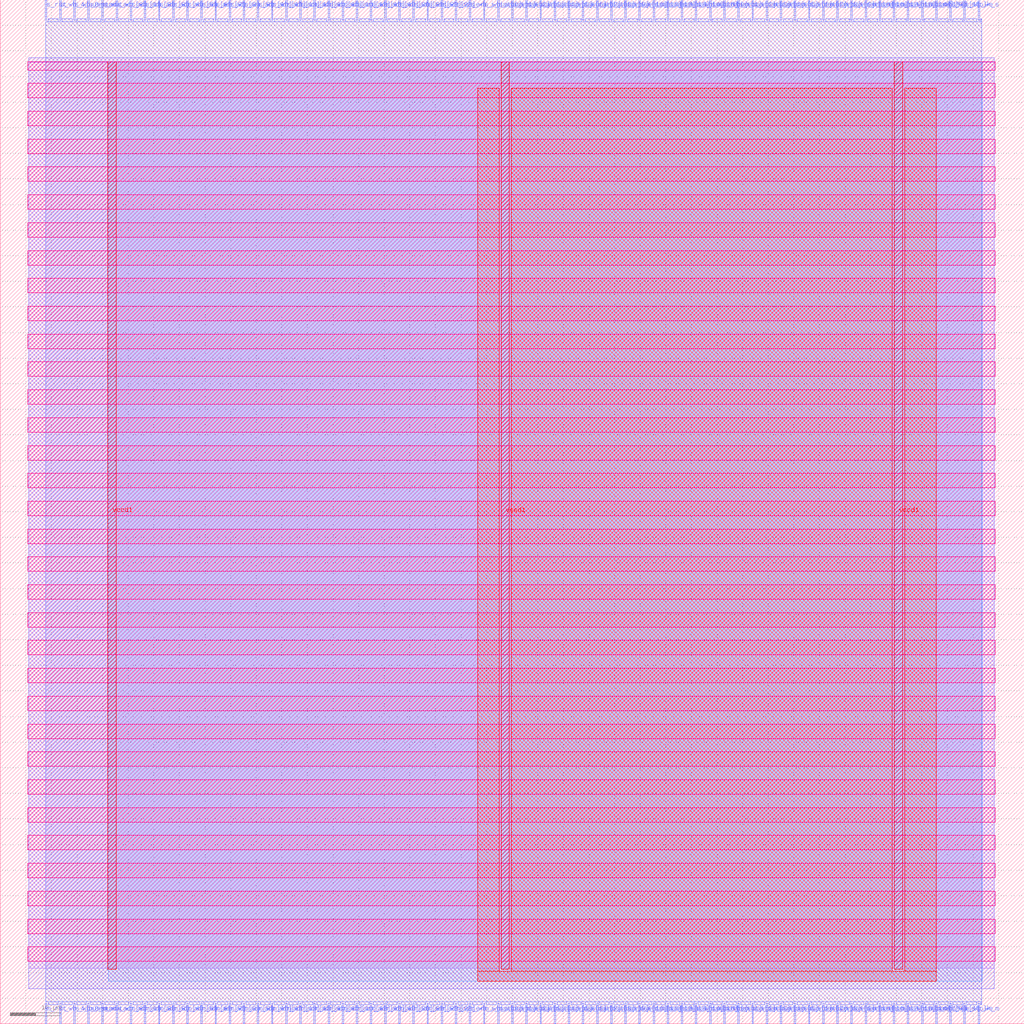
<source format=lef>
VERSION 5.7 ;
  NOWIREEXTENSIONATPIN ON ;
  DIVIDERCHAR "/" ;
  BUSBITCHARS "[]" ;
MACRO wb_cross_clk
  CLASS BLOCK ;
  FOREIGN wb_cross_clk ;
  ORIGIN 0.000 0.000 ;
  SIZE 200.000 BY 200.000 ;
  PIN clk_m
    DIRECTION INPUT ;
    USE SIGNAL ;
    PORT
      LAYER met2 ;
        RECT 190.990 0.000 191.270 4.000 ;
    END
  END clk_m
  PIN clk_s
    DIRECTION INPUT ;
    USE SIGNAL ;
    PORT
      LAYER met2 ;
        RECT 190.990 196.000 191.270 200.000 ;
    END
  END clk_s
  PIN m_rst
    DIRECTION INPUT ;
    USE SIGNAL ;
    PORT
      LAYER met2 ;
        RECT 8.830 0.000 9.110 4.000 ;
    END
  END m_rst
  PIN m_wb_4_burst
    DIRECTION INPUT ;
    USE SIGNAL ;
    PORT
      LAYER met2 ;
        RECT 11.590 0.000 11.870 4.000 ;
    END
  END m_wb_4_burst
  PIN m_wb_8_burst
    DIRECTION INPUT ;
    USE SIGNAL ;
    PORT
      LAYER met2 ;
        RECT 14.350 0.000 14.630 4.000 ;
    END
  END m_wb_8_burst
  PIN m_wb_ack
    DIRECTION OUTPUT TRISTATE ;
    USE SIGNAL ;
    PORT
      LAYER met2 ;
        RECT 17.110 0.000 17.390 4.000 ;
    END
  END m_wb_ack
  PIN m_wb_adr[0]
    DIRECTION INPUT ;
    USE SIGNAL ;
    PORT
      LAYER met2 ;
        RECT 19.870 0.000 20.150 4.000 ;
    END
  END m_wb_adr[0]
  PIN m_wb_adr[10]
    DIRECTION INPUT ;
    USE SIGNAL ;
    PORT
      LAYER met2 ;
        RECT 47.470 0.000 47.750 4.000 ;
    END
  END m_wb_adr[10]
  PIN m_wb_adr[11]
    DIRECTION INPUT ;
    USE SIGNAL ;
    PORT
      LAYER met2 ;
        RECT 50.230 0.000 50.510 4.000 ;
    END
  END m_wb_adr[11]
  PIN m_wb_adr[12]
    DIRECTION INPUT ;
    USE SIGNAL ;
    PORT
      LAYER met2 ;
        RECT 52.990 0.000 53.270 4.000 ;
    END
  END m_wb_adr[12]
  PIN m_wb_adr[13]
    DIRECTION INPUT ;
    USE SIGNAL ;
    PORT
      LAYER met2 ;
        RECT 55.750 0.000 56.030 4.000 ;
    END
  END m_wb_adr[13]
  PIN m_wb_adr[14]
    DIRECTION INPUT ;
    USE SIGNAL ;
    PORT
      LAYER met2 ;
        RECT 58.510 0.000 58.790 4.000 ;
    END
  END m_wb_adr[14]
  PIN m_wb_adr[15]
    DIRECTION INPUT ;
    USE SIGNAL ;
    PORT
      LAYER met2 ;
        RECT 61.270 0.000 61.550 4.000 ;
    END
  END m_wb_adr[15]
  PIN m_wb_adr[16]
    DIRECTION INPUT ;
    USE SIGNAL ;
    PORT
      LAYER met2 ;
        RECT 64.030 0.000 64.310 4.000 ;
    END
  END m_wb_adr[16]
  PIN m_wb_adr[17]
    DIRECTION INPUT ;
    USE SIGNAL ;
    PORT
      LAYER met2 ;
        RECT 66.790 0.000 67.070 4.000 ;
    END
  END m_wb_adr[17]
  PIN m_wb_adr[18]
    DIRECTION INPUT ;
    USE SIGNAL ;
    PORT
      LAYER met2 ;
        RECT 69.550 0.000 69.830 4.000 ;
    END
  END m_wb_adr[18]
  PIN m_wb_adr[19]
    DIRECTION INPUT ;
    USE SIGNAL ;
    PORT
      LAYER met2 ;
        RECT 72.310 0.000 72.590 4.000 ;
    END
  END m_wb_adr[19]
  PIN m_wb_adr[1]
    DIRECTION INPUT ;
    USE SIGNAL ;
    PORT
      LAYER met2 ;
        RECT 22.630 0.000 22.910 4.000 ;
    END
  END m_wb_adr[1]
  PIN m_wb_adr[20]
    DIRECTION INPUT ;
    USE SIGNAL ;
    PORT
      LAYER met2 ;
        RECT 75.070 0.000 75.350 4.000 ;
    END
  END m_wb_adr[20]
  PIN m_wb_adr[21]
    DIRECTION INPUT ;
    USE SIGNAL ;
    PORT
      LAYER met2 ;
        RECT 77.830 0.000 78.110 4.000 ;
    END
  END m_wb_adr[21]
  PIN m_wb_adr[22]
    DIRECTION INPUT ;
    USE SIGNAL ;
    PORT
      LAYER met2 ;
        RECT 80.590 0.000 80.870 4.000 ;
    END
  END m_wb_adr[22]
  PIN m_wb_adr[23]
    DIRECTION INPUT ;
    USE SIGNAL ;
    PORT
      LAYER met2 ;
        RECT 83.350 0.000 83.630 4.000 ;
    END
  END m_wb_adr[23]
  PIN m_wb_adr[2]
    DIRECTION INPUT ;
    USE SIGNAL ;
    PORT
      LAYER met2 ;
        RECT 25.390 0.000 25.670 4.000 ;
    END
  END m_wb_adr[2]
  PIN m_wb_adr[3]
    DIRECTION INPUT ;
    USE SIGNAL ;
    PORT
      LAYER met2 ;
        RECT 28.150 0.000 28.430 4.000 ;
    END
  END m_wb_adr[3]
  PIN m_wb_adr[4]
    DIRECTION INPUT ;
    USE SIGNAL ;
    PORT
      LAYER met2 ;
        RECT 30.910 0.000 31.190 4.000 ;
    END
  END m_wb_adr[4]
  PIN m_wb_adr[5]
    DIRECTION INPUT ;
    USE SIGNAL ;
    PORT
      LAYER met2 ;
        RECT 33.670 0.000 33.950 4.000 ;
    END
  END m_wb_adr[5]
  PIN m_wb_adr[6]
    DIRECTION INPUT ;
    USE SIGNAL ;
    PORT
      LAYER met2 ;
        RECT 36.430 0.000 36.710 4.000 ;
    END
  END m_wb_adr[6]
  PIN m_wb_adr[7]
    DIRECTION INPUT ;
    USE SIGNAL ;
    PORT
      LAYER met2 ;
        RECT 39.190 0.000 39.470 4.000 ;
    END
  END m_wb_adr[7]
  PIN m_wb_adr[8]
    DIRECTION INPUT ;
    USE SIGNAL ;
    PORT
      LAYER met2 ;
        RECT 41.950 0.000 42.230 4.000 ;
    END
  END m_wb_adr[8]
  PIN m_wb_adr[9]
    DIRECTION INPUT ;
    USE SIGNAL ;
    PORT
      LAYER met2 ;
        RECT 44.710 0.000 44.990 4.000 ;
    END
  END m_wb_adr[9]
  PIN m_wb_cyc
    DIRECTION INPUT ;
    USE SIGNAL ;
    PORT
      LAYER met2 ;
        RECT 86.110 0.000 86.390 4.000 ;
    END
  END m_wb_cyc
  PIN m_wb_err
    DIRECTION OUTPUT TRISTATE ;
    USE SIGNAL ;
    PORT
      LAYER met2 ;
        RECT 88.870 0.000 89.150 4.000 ;
    END
  END m_wb_err
  PIN m_wb_i_dat[0]
    DIRECTION OUTPUT TRISTATE ;
    USE SIGNAL ;
    PORT
      LAYER met2 ;
        RECT 91.630 0.000 91.910 4.000 ;
    END
  END m_wb_i_dat[0]
  PIN m_wb_i_dat[10]
    DIRECTION OUTPUT TRISTATE ;
    USE SIGNAL ;
    PORT
      LAYER met2 ;
        RECT 119.230 0.000 119.510 4.000 ;
    END
  END m_wb_i_dat[10]
  PIN m_wb_i_dat[11]
    DIRECTION OUTPUT TRISTATE ;
    USE SIGNAL ;
    PORT
      LAYER met2 ;
        RECT 121.990 0.000 122.270 4.000 ;
    END
  END m_wb_i_dat[11]
  PIN m_wb_i_dat[12]
    DIRECTION OUTPUT TRISTATE ;
    USE SIGNAL ;
    PORT
      LAYER met2 ;
        RECT 124.750 0.000 125.030 4.000 ;
    END
  END m_wb_i_dat[12]
  PIN m_wb_i_dat[13]
    DIRECTION OUTPUT TRISTATE ;
    USE SIGNAL ;
    PORT
      LAYER met2 ;
        RECT 127.510 0.000 127.790 4.000 ;
    END
  END m_wb_i_dat[13]
  PIN m_wb_i_dat[14]
    DIRECTION OUTPUT TRISTATE ;
    USE SIGNAL ;
    PORT
      LAYER met2 ;
        RECT 130.270 0.000 130.550 4.000 ;
    END
  END m_wb_i_dat[14]
  PIN m_wb_i_dat[15]
    DIRECTION OUTPUT TRISTATE ;
    USE SIGNAL ;
    PORT
      LAYER met2 ;
        RECT 133.030 0.000 133.310 4.000 ;
    END
  END m_wb_i_dat[15]
  PIN m_wb_i_dat[1]
    DIRECTION OUTPUT TRISTATE ;
    USE SIGNAL ;
    PORT
      LAYER met2 ;
        RECT 94.390 0.000 94.670 4.000 ;
    END
  END m_wb_i_dat[1]
  PIN m_wb_i_dat[2]
    DIRECTION OUTPUT TRISTATE ;
    USE SIGNAL ;
    PORT
      LAYER met2 ;
        RECT 97.150 0.000 97.430 4.000 ;
    END
  END m_wb_i_dat[2]
  PIN m_wb_i_dat[3]
    DIRECTION OUTPUT TRISTATE ;
    USE SIGNAL ;
    PORT
      LAYER met2 ;
        RECT 99.910 0.000 100.190 4.000 ;
    END
  END m_wb_i_dat[3]
  PIN m_wb_i_dat[4]
    DIRECTION OUTPUT TRISTATE ;
    USE SIGNAL ;
    PORT
      LAYER met2 ;
        RECT 102.670 0.000 102.950 4.000 ;
    END
  END m_wb_i_dat[4]
  PIN m_wb_i_dat[5]
    DIRECTION OUTPUT TRISTATE ;
    USE SIGNAL ;
    PORT
      LAYER met2 ;
        RECT 105.430 0.000 105.710 4.000 ;
    END
  END m_wb_i_dat[5]
  PIN m_wb_i_dat[6]
    DIRECTION OUTPUT TRISTATE ;
    USE SIGNAL ;
    PORT
      LAYER met2 ;
        RECT 108.190 0.000 108.470 4.000 ;
    END
  END m_wb_i_dat[6]
  PIN m_wb_i_dat[7]
    DIRECTION OUTPUT TRISTATE ;
    USE SIGNAL ;
    PORT
      LAYER met2 ;
        RECT 110.950 0.000 111.230 4.000 ;
    END
  END m_wb_i_dat[7]
  PIN m_wb_i_dat[8]
    DIRECTION OUTPUT TRISTATE ;
    USE SIGNAL ;
    PORT
      LAYER met2 ;
        RECT 113.710 0.000 113.990 4.000 ;
    END
  END m_wb_i_dat[8]
  PIN m_wb_i_dat[9]
    DIRECTION OUTPUT TRISTATE ;
    USE SIGNAL ;
    PORT
      LAYER met2 ;
        RECT 116.470 0.000 116.750 4.000 ;
    END
  END m_wb_i_dat[9]
  PIN m_wb_o_dat[0]
    DIRECTION INPUT ;
    USE SIGNAL ;
    PORT
      LAYER met2 ;
        RECT 135.790 0.000 136.070 4.000 ;
    END
  END m_wb_o_dat[0]
  PIN m_wb_o_dat[10]
    DIRECTION INPUT ;
    USE SIGNAL ;
    PORT
      LAYER met2 ;
        RECT 163.390 0.000 163.670 4.000 ;
    END
  END m_wb_o_dat[10]
  PIN m_wb_o_dat[11]
    DIRECTION INPUT ;
    USE SIGNAL ;
    PORT
      LAYER met2 ;
        RECT 166.150 0.000 166.430 4.000 ;
    END
  END m_wb_o_dat[11]
  PIN m_wb_o_dat[12]
    DIRECTION INPUT ;
    USE SIGNAL ;
    PORT
      LAYER met2 ;
        RECT 168.910 0.000 169.190 4.000 ;
    END
  END m_wb_o_dat[12]
  PIN m_wb_o_dat[13]
    DIRECTION INPUT ;
    USE SIGNAL ;
    PORT
      LAYER met2 ;
        RECT 171.670 0.000 171.950 4.000 ;
    END
  END m_wb_o_dat[13]
  PIN m_wb_o_dat[14]
    DIRECTION INPUT ;
    USE SIGNAL ;
    PORT
      LAYER met2 ;
        RECT 174.430 0.000 174.710 4.000 ;
    END
  END m_wb_o_dat[14]
  PIN m_wb_o_dat[15]
    DIRECTION INPUT ;
    USE SIGNAL ;
    PORT
      LAYER met2 ;
        RECT 177.190 0.000 177.470 4.000 ;
    END
  END m_wb_o_dat[15]
  PIN m_wb_o_dat[1]
    DIRECTION INPUT ;
    USE SIGNAL ;
    PORT
      LAYER met2 ;
        RECT 138.550 0.000 138.830 4.000 ;
    END
  END m_wb_o_dat[1]
  PIN m_wb_o_dat[2]
    DIRECTION INPUT ;
    USE SIGNAL ;
    PORT
      LAYER met2 ;
        RECT 141.310 0.000 141.590 4.000 ;
    END
  END m_wb_o_dat[2]
  PIN m_wb_o_dat[3]
    DIRECTION INPUT ;
    USE SIGNAL ;
    PORT
      LAYER met2 ;
        RECT 144.070 0.000 144.350 4.000 ;
    END
  END m_wb_o_dat[3]
  PIN m_wb_o_dat[4]
    DIRECTION INPUT ;
    USE SIGNAL ;
    PORT
      LAYER met2 ;
        RECT 146.830 0.000 147.110 4.000 ;
    END
  END m_wb_o_dat[4]
  PIN m_wb_o_dat[5]
    DIRECTION INPUT ;
    USE SIGNAL ;
    PORT
      LAYER met2 ;
        RECT 149.590 0.000 149.870 4.000 ;
    END
  END m_wb_o_dat[5]
  PIN m_wb_o_dat[6]
    DIRECTION INPUT ;
    USE SIGNAL ;
    PORT
      LAYER met2 ;
        RECT 152.350 0.000 152.630 4.000 ;
    END
  END m_wb_o_dat[6]
  PIN m_wb_o_dat[7]
    DIRECTION INPUT ;
    USE SIGNAL ;
    PORT
      LAYER met2 ;
        RECT 155.110 0.000 155.390 4.000 ;
    END
  END m_wb_o_dat[7]
  PIN m_wb_o_dat[8]
    DIRECTION INPUT ;
    USE SIGNAL ;
    PORT
      LAYER met2 ;
        RECT 157.870 0.000 158.150 4.000 ;
    END
  END m_wb_o_dat[8]
  PIN m_wb_o_dat[9]
    DIRECTION INPUT ;
    USE SIGNAL ;
    PORT
      LAYER met2 ;
        RECT 160.630 0.000 160.910 4.000 ;
    END
  END m_wb_o_dat[9]
  PIN m_wb_sel[0]
    DIRECTION INPUT ;
    USE SIGNAL ;
    PORT
      LAYER met2 ;
        RECT 179.950 0.000 180.230 4.000 ;
    END
  END m_wb_sel[0]
  PIN m_wb_sel[1]
    DIRECTION INPUT ;
    USE SIGNAL ;
    PORT
      LAYER met2 ;
        RECT 182.710 0.000 182.990 4.000 ;
    END
  END m_wb_sel[1]
  PIN m_wb_stb
    DIRECTION INPUT ;
    USE SIGNAL ;
    PORT
      LAYER met2 ;
        RECT 185.470 0.000 185.750 4.000 ;
    END
  END m_wb_stb
  PIN m_wb_we
    DIRECTION INPUT ;
    USE SIGNAL ;
    PORT
      LAYER met2 ;
        RECT 188.230 0.000 188.510 4.000 ;
    END
  END m_wb_we
  PIN s_rst
    DIRECTION INPUT ;
    USE SIGNAL ;
    PORT
      LAYER met2 ;
        RECT 8.830 196.000 9.110 200.000 ;
    END
  END s_rst
  PIN s_wb_4_burst
    DIRECTION OUTPUT TRISTATE ;
    USE SIGNAL ;
    PORT
      LAYER met2 ;
        RECT 11.590 196.000 11.870 200.000 ;
    END
  END s_wb_4_burst
  PIN s_wb_8_burst
    DIRECTION OUTPUT TRISTATE ;
    USE SIGNAL ;
    PORT
      LAYER met2 ;
        RECT 14.350 196.000 14.630 200.000 ;
    END
  END s_wb_8_burst
  PIN s_wb_ack
    DIRECTION INPUT ;
    USE SIGNAL ;
    PORT
      LAYER met2 ;
        RECT 17.110 196.000 17.390 200.000 ;
    END
  END s_wb_ack
  PIN s_wb_adr[0]
    DIRECTION OUTPUT TRISTATE ;
    USE SIGNAL ;
    PORT
      LAYER met2 ;
        RECT 19.870 196.000 20.150 200.000 ;
    END
  END s_wb_adr[0]
  PIN s_wb_adr[10]
    DIRECTION OUTPUT TRISTATE ;
    USE SIGNAL ;
    PORT
      LAYER met2 ;
        RECT 47.470 196.000 47.750 200.000 ;
    END
  END s_wb_adr[10]
  PIN s_wb_adr[11]
    DIRECTION OUTPUT TRISTATE ;
    USE SIGNAL ;
    PORT
      LAYER met2 ;
        RECT 50.230 196.000 50.510 200.000 ;
    END
  END s_wb_adr[11]
  PIN s_wb_adr[12]
    DIRECTION OUTPUT TRISTATE ;
    USE SIGNAL ;
    PORT
      LAYER met2 ;
        RECT 52.990 196.000 53.270 200.000 ;
    END
  END s_wb_adr[12]
  PIN s_wb_adr[13]
    DIRECTION OUTPUT TRISTATE ;
    USE SIGNAL ;
    PORT
      LAYER met2 ;
        RECT 55.750 196.000 56.030 200.000 ;
    END
  END s_wb_adr[13]
  PIN s_wb_adr[14]
    DIRECTION OUTPUT TRISTATE ;
    USE SIGNAL ;
    PORT
      LAYER met2 ;
        RECT 58.510 196.000 58.790 200.000 ;
    END
  END s_wb_adr[14]
  PIN s_wb_adr[15]
    DIRECTION OUTPUT TRISTATE ;
    USE SIGNAL ;
    PORT
      LAYER met2 ;
        RECT 61.270 196.000 61.550 200.000 ;
    END
  END s_wb_adr[15]
  PIN s_wb_adr[16]
    DIRECTION OUTPUT TRISTATE ;
    USE SIGNAL ;
    PORT
      LAYER met2 ;
        RECT 64.030 196.000 64.310 200.000 ;
    END
  END s_wb_adr[16]
  PIN s_wb_adr[17]
    DIRECTION OUTPUT TRISTATE ;
    USE SIGNAL ;
    PORT
      LAYER met2 ;
        RECT 66.790 196.000 67.070 200.000 ;
    END
  END s_wb_adr[17]
  PIN s_wb_adr[18]
    DIRECTION OUTPUT TRISTATE ;
    USE SIGNAL ;
    PORT
      LAYER met2 ;
        RECT 69.550 196.000 69.830 200.000 ;
    END
  END s_wb_adr[18]
  PIN s_wb_adr[19]
    DIRECTION OUTPUT TRISTATE ;
    USE SIGNAL ;
    PORT
      LAYER met2 ;
        RECT 72.310 196.000 72.590 200.000 ;
    END
  END s_wb_adr[19]
  PIN s_wb_adr[1]
    DIRECTION OUTPUT TRISTATE ;
    USE SIGNAL ;
    PORT
      LAYER met2 ;
        RECT 22.630 196.000 22.910 200.000 ;
    END
  END s_wb_adr[1]
  PIN s_wb_adr[20]
    DIRECTION OUTPUT TRISTATE ;
    USE SIGNAL ;
    PORT
      LAYER met2 ;
        RECT 75.070 196.000 75.350 200.000 ;
    END
  END s_wb_adr[20]
  PIN s_wb_adr[21]
    DIRECTION OUTPUT TRISTATE ;
    USE SIGNAL ;
    PORT
      LAYER met2 ;
        RECT 77.830 196.000 78.110 200.000 ;
    END
  END s_wb_adr[21]
  PIN s_wb_adr[22]
    DIRECTION OUTPUT TRISTATE ;
    USE SIGNAL ;
    PORT
      LAYER met2 ;
        RECT 80.590 196.000 80.870 200.000 ;
    END
  END s_wb_adr[22]
  PIN s_wb_adr[23]
    DIRECTION OUTPUT TRISTATE ;
    USE SIGNAL ;
    PORT
      LAYER met2 ;
        RECT 83.350 196.000 83.630 200.000 ;
    END
  END s_wb_adr[23]
  PIN s_wb_adr[2]
    DIRECTION OUTPUT TRISTATE ;
    USE SIGNAL ;
    PORT
      LAYER met2 ;
        RECT 25.390 196.000 25.670 200.000 ;
    END
  END s_wb_adr[2]
  PIN s_wb_adr[3]
    DIRECTION OUTPUT TRISTATE ;
    USE SIGNAL ;
    PORT
      LAYER met2 ;
        RECT 28.150 196.000 28.430 200.000 ;
    END
  END s_wb_adr[3]
  PIN s_wb_adr[4]
    DIRECTION OUTPUT TRISTATE ;
    USE SIGNAL ;
    PORT
      LAYER met2 ;
        RECT 30.910 196.000 31.190 200.000 ;
    END
  END s_wb_adr[4]
  PIN s_wb_adr[5]
    DIRECTION OUTPUT TRISTATE ;
    USE SIGNAL ;
    PORT
      LAYER met2 ;
        RECT 33.670 196.000 33.950 200.000 ;
    END
  END s_wb_adr[5]
  PIN s_wb_adr[6]
    DIRECTION OUTPUT TRISTATE ;
    USE SIGNAL ;
    PORT
      LAYER met2 ;
        RECT 36.430 196.000 36.710 200.000 ;
    END
  END s_wb_adr[6]
  PIN s_wb_adr[7]
    DIRECTION OUTPUT TRISTATE ;
    USE SIGNAL ;
    PORT
      LAYER met2 ;
        RECT 39.190 196.000 39.470 200.000 ;
    END
  END s_wb_adr[7]
  PIN s_wb_adr[8]
    DIRECTION OUTPUT TRISTATE ;
    USE SIGNAL ;
    PORT
      LAYER met2 ;
        RECT 41.950 196.000 42.230 200.000 ;
    END
  END s_wb_adr[8]
  PIN s_wb_adr[9]
    DIRECTION OUTPUT TRISTATE ;
    USE SIGNAL ;
    PORT
      LAYER met2 ;
        RECT 44.710 196.000 44.990 200.000 ;
    END
  END s_wb_adr[9]
  PIN s_wb_cyc
    DIRECTION OUTPUT TRISTATE ;
    USE SIGNAL ;
    PORT
      LAYER met2 ;
        RECT 86.110 196.000 86.390 200.000 ;
    END
  END s_wb_cyc
  PIN s_wb_err
    DIRECTION INPUT ;
    USE SIGNAL ;
    PORT
      LAYER met2 ;
        RECT 88.870 196.000 89.150 200.000 ;
    END
  END s_wb_err
  PIN s_wb_i_dat[0]
    DIRECTION INPUT ;
    USE SIGNAL ;
    PORT
      LAYER met2 ;
        RECT 91.630 196.000 91.910 200.000 ;
    END
  END s_wb_i_dat[0]
  PIN s_wb_i_dat[10]
    DIRECTION INPUT ;
    USE SIGNAL ;
    PORT
      LAYER met2 ;
        RECT 119.230 196.000 119.510 200.000 ;
    END
  END s_wb_i_dat[10]
  PIN s_wb_i_dat[11]
    DIRECTION INPUT ;
    USE SIGNAL ;
    PORT
      LAYER met2 ;
        RECT 121.990 196.000 122.270 200.000 ;
    END
  END s_wb_i_dat[11]
  PIN s_wb_i_dat[12]
    DIRECTION INPUT ;
    USE SIGNAL ;
    PORT
      LAYER met2 ;
        RECT 124.750 196.000 125.030 200.000 ;
    END
  END s_wb_i_dat[12]
  PIN s_wb_i_dat[13]
    DIRECTION INPUT ;
    USE SIGNAL ;
    PORT
      LAYER met2 ;
        RECT 127.510 196.000 127.790 200.000 ;
    END
  END s_wb_i_dat[13]
  PIN s_wb_i_dat[14]
    DIRECTION INPUT ;
    USE SIGNAL ;
    PORT
      LAYER met2 ;
        RECT 130.270 196.000 130.550 200.000 ;
    END
  END s_wb_i_dat[14]
  PIN s_wb_i_dat[15]
    DIRECTION INPUT ;
    USE SIGNAL ;
    PORT
      LAYER met2 ;
        RECT 133.030 196.000 133.310 200.000 ;
    END
  END s_wb_i_dat[15]
  PIN s_wb_i_dat[1]
    DIRECTION INPUT ;
    USE SIGNAL ;
    PORT
      LAYER met2 ;
        RECT 94.390 196.000 94.670 200.000 ;
    END
  END s_wb_i_dat[1]
  PIN s_wb_i_dat[2]
    DIRECTION INPUT ;
    USE SIGNAL ;
    PORT
      LAYER met2 ;
        RECT 97.150 196.000 97.430 200.000 ;
    END
  END s_wb_i_dat[2]
  PIN s_wb_i_dat[3]
    DIRECTION INPUT ;
    USE SIGNAL ;
    PORT
      LAYER met2 ;
        RECT 99.910 196.000 100.190 200.000 ;
    END
  END s_wb_i_dat[3]
  PIN s_wb_i_dat[4]
    DIRECTION INPUT ;
    USE SIGNAL ;
    PORT
      LAYER met2 ;
        RECT 102.670 196.000 102.950 200.000 ;
    END
  END s_wb_i_dat[4]
  PIN s_wb_i_dat[5]
    DIRECTION INPUT ;
    USE SIGNAL ;
    PORT
      LAYER met2 ;
        RECT 105.430 196.000 105.710 200.000 ;
    END
  END s_wb_i_dat[5]
  PIN s_wb_i_dat[6]
    DIRECTION INPUT ;
    USE SIGNAL ;
    PORT
      LAYER met2 ;
        RECT 108.190 196.000 108.470 200.000 ;
    END
  END s_wb_i_dat[6]
  PIN s_wb_i_dat[7]
    DIRECTION INPUT ;
    USE SIGNAL ;
    PORT
      LAYER met2 ;
        RECT 110.950 196.000 111.230 200.000 ;
    END
  END s_wb_i_dat[7]
  PIN s_wb_i_dat[8]
    DIRECTION INPUT ;
    USE SIGNAL ;
    PORT
      LAYER met2 ;
        RECT 113.710 196.000 113.990 200.000 ;
    END
  END s_wb_i_dat[8]
  PIN s_wb_i_dat[9]
    DIRECTION INPUT ;
    USE SIGNAL ;
    PORT
      LAYER met2 ;
        RECT 116.470 196.000 116.750 200.000 ;
    END
  END s_wb_i_dat[9]
  PIN s_wb_o_dat[0]
    DIRECTION OUTPUT TRISTATE ;
    USE SIGNAL ;
    PORT
      LAYER met2 ;
        RECT 135.790 196.000 136.070 200.000 ;
    END
  END s_wb_o_dat[0]
  PIN s_wb_o_dat[10]
    DIRECTION OUTPUT TRISTATE ;
    USE SIGNAL ;
    PORT
      LAYER met2 ;
        RECT 163.390 196.000 163.670 200.000 ;
    END
  END s_wb_o_dat[10]
  PIN s_wb_o_dat[11]
    DIRECTION OUTPUT TRISTATE ;
    USE SIGNAL ;
    PORT
      LAYER met2 ;
        RECT 166.150 196.000 166.430 200.000 ;
    END
  END s_wb_o_dat[11]
  PIN s_wb_o_dat[12]
    DIRECTION OUTPUT TRISTATE ;
    USE SIGNAL ;
    PORT
      LAYER met2 ;
        RECT 168.910 196.000 169.190 200.000 ;
    END
  END s_wb_o_dat[12]
  PIN s_wb_o_dat[13]
    DIRECTION OUTPUT TRISTATE ;
    USE SIGNAL ;
    PORT
      LAYER met2 ;
        RECT 171.670 196.000 171.950 200.000 ;
    END
  END s_wb_o_dat[13]
  PIN s_wb_o_dat[14]
    DIRECTION OUTPUT TRISTATE ;
    USE SIGNAL ;
    PORT
      LAYER met2 ;
        RECT 174.430 196.000 174.710 200.000 ;
    END
  END s_wb_o_dat[14]
  PIN s_wb_o_dat[15]
    DIRECTION OUTPUT TRISTATE ;
    USE SIGNAL ;
    PORT
      LAYER met2 ;
        RECT 177.190 196.000 177.470 200.000 ;
    END
  END s_wb_o_dat[15]
  PIN s_wb_o_dat[1]
    DIRECTION OUTPUT TRISTATE ;
    USE SIGNAL ;
    PORT
      LAYER met2 ;
        RECT 138.550 196.000 138.830 200.000 ;
    END
  END s_wb_o_dat[1]
  PIN s_wb_o_dat[2]
    DIRECTION OUTPUT TRISTATE ;
    USE SIGNAL ;
    PORT
      LAYER met2 ;
        RECT 141.310 196.000 141.590 200.000 ;
    END
  END s_wb_o_dat[2]
  PIN s_wb_o_dat[3]
    DIRECTION OUTPUT TRISTATE ;
    USE SIGNAL ;
    PORT
      LAYER met2 ;
        RECT 144.070 196.000 144.350 200.000 ;
    END
  END s_wb_o_dat[3]
  PIN s_wb_o_dat[4]
    DIRECTION OUTPUT TRISTATE ;
    USE SIGNAL ;
    PORT
      LAYER met2 ;
        RECT 146.830 196.000 147.110 200.000 ;
    END
  END s_wb_o_dat[4]
  PIN s_wb_o_dat[5]
    DIRECTION OUTPUT TRISTATE ;
    USE SIGNAL ;
    PORT
      LAYER met2 ;
        RECT 149.590 196.000 149.870 200.000 ;
    END
  END s_wb_o_dat[5]
  PIN s_wb_o_dat[6]
    DIRECTION OUTPUT TRISTATE ;
    USE SIGNAL ;
    PORT
      LAYER met2 ;
        RECT 152.350 196.000 152.630 200.000 ;
    END
  END s_wb_o_dat[6]
  PIN s_wb_o_dat[7]
    DIRECTION OUTPUT TRISTATE ;
    USE SIGNAL ;
    PORT
      LAYER met2 ;
        RECT 155.110 196.000 155.390 200.000 ;
    END
  END s_wb_o_dat[7]
  PIN s_wb_o_dat[8]
    DIRECTION OUTPUT TRISTATE ;
    USE SIGNAL ;
    PORT
      LAYER met2 ;
        RECT 157.870 196.000 158.150 200.000 ;
    END
  END s_wb_o_dat[8]
  PIN s_wb_o_dat[9]
    DIRECTION OUTPUT TRISTATE ;
    USE SIGNAL ;
    PORT
      LAYER met2 ;
        RECT 160.630 196.000 160.910 200.000 ;
    END
  END s_wb_o_dat[9]
  PIN s_wb_sel[0]
    DIRECTION OUTPUT TRISTATE ;
    USE SIGNAL ;
    PORT
      LAYER met2 ;
        RECT 179.950 196.000 180.230 200.000 ;
    END
  END s_wb_sel[0]
  PIN s_wb_sel[1]
    DIRECTION OUTPUT TRISTATE ;
    USE SIGNAL ;
    PORT
      LAYER met2 ;
        RECT 182.710 196.000 182.990 200.000 ;
    END
  END s_wb_sel[1]
  PIN s_wb_stb
    DIRECTION OUTPUT TRISTATE ;
    USE SIGNAL ;
    PORT
      LAYER met2 ;
        RECT 185.470 196.000 185.750 200.000 ;
    END
  END s_wb_stb
  PIN s_wb_we
    DIRECTION OUTPUT TRISTATE ;
    USE SIGNAL ;
    PORT
      LAYER met2 ;
        RECT 188.230 196.000 188.510 200.000 ;
    END
  END s_wb_we
  PIN vccd1
    DIRECTION INOUT ;
    USE POWER ;
    PORT
      LAYER met4 ;
        RECT 21.040 10.640 22.640 187.920 ;
    END
    PORT
      LAYER met4 ;
        RECT 174.640 10.640 176.240 187.920 ;
    END
  END vccd1
  PIN vssd1
    DIRECTION INOUT ;
    USE GROUND ;
    PORT
      LAYER met4 ;
        RECT 97.840 10.640 99.440 187.920 ;
    END
  END vssd1
  OBS
      LAYER nwell ;
        RECT 5.330 186.265 194.310 187.870 ;
        RECT 5.330 180.825 194.310 183.655 ;
        RECT 5.330 175.385 194.310 178.215 ;
        RECT 5.330 169.945 194.310 172.775 ;
        RECT 5.330 164.505 194.310 167.335 ;
        RECT 5.330 159.065 194.310 161.895 ;
        RECT 5.330 153.625 194.310 156.455 ;
        RECT 5.330 148.185 194.310 151.015 ;
        RECT 5.330 142.745 194.310 145.575 ;
        RECT 5.330 137.305 194.310 140.135 ;
        RECT 5.330 131.865 194.310 134.695 ;
        RECT 5.330 126.425 194.310 129.255 ;
        RECT 5.330 120.985 194.310 123.815 ;
        RECT 5.330 115.545 194.310 118.375 ;
        RECT 5.330 110.105 194.310 112.935 ;
        RECT 5.330 104.665 194.310 107.495 ;
        RECT 5.330 99.225 194.310 102.055 ;
        RECT 5.330 93.785 194.310 96.615 ;
        RECT 5.330 88.345 194.310 91.175 ;
        RECT 5.330 82.905 194.310 85.735 ;
        RECT 5.330 77.465 194.310 80.295 ;
        RECT 5.330 72.025 194.310 74.855 ;
        RECT 5.330 66.585 194.310 69.415 ;
        RECT 5.330 61.145 194.310 63.975 ;
        RECT 5.330 55.705 194.310 58.535 ;
        RECT 5.330 50.265 194.310 53.095 ;
        RECT 5.330 44.825 194.310 47.655 ;
        RECT 5.330 39.385 194.310 42.215 ;
        RECT 5.330 33.945 194.310 36.775 ;
        RECT 5.330 28.505 194.310 31.335 ;
        RECT 5.330 23.065 194.310 25.895 ;
        RECT 5.330 17.625 194.310 20.455 ;
        RECT 5.330 12.185 194.310 15.015 ;
      LAYER li1 ;
        RECT 5.520 10.795 194.120 187.765 ;
      LAYER met1 ;
        RECT 5.520 6.840 194.120 188.660 ;
      LAYER met2 ;
        RECT 9.390 195.720 11.310 196.250 ;
        RECT 12.150 195.720 14.070 196.250 ;
        RECT 14.910 195.720 16.830 196.250 ;
        RECT 17.670 195.720 19.590 196.250 ;
        RECT 20.430 195.720 22.350 196.250 ;
        RECT 23.190 195.720 25.110 196.250 ;
        RECT 25.950 195.720 27.870 196.250 ;
        RECT 28.710 195.720 30.630 196.250 ;
        RECT 31.470 195.720 33.390 196.250 ;
        RECT 34.230 195.720 36.150 196.250 ;
        RECT 36.990 195.720 38.910 196.250 ;
        RECT 39.750 195.720 41.670 196.250 ;
        RECT 42.510 195.720 44.430 196.250 ;
        RECT 45.270 195.720 47.190 196.250 ;
        RECT 48.030 195.720 49.950 196.250 ;
        RECT 50.790 195.720 52.710 196.250 ;
        RECT 53.550 195.720 55.470 196.250 ;
        RECT 56.310 195.720 58.230 196.250 ;
        RECT 59.070 195.720 60.990 196.250 ;
        RECT 61.830 195.720 63.750 196.250 ;
        RECT 64.590 195.720 66.510 196.250 ;
        RECT 67.350 195.720 69.270 196.250 ;
        RECT 70.110 195.720 72.030 196.250 ;
        RECT 72.870 195.720 74.790 196.250 ;
        RECT 75.630 195.720 77.550 196.250 ;
        RECT 78.390 195.720 80.310 196.250 ;
        RECT 81.150 195.720 83.070 196.250 ;
        RECT 83.910 195.720 85.830 196.250 ;
        RECT 86.670 195.720 88.590 196.250 ;
        RECT 89.430 195.720 91.350 196.250 ;
        RECT 92.190 195.720 94.110 196.250 ;
        RECT 94.950 195.720 96.870 196.250 ;
        RECT 97.710 195.720 99.630 196.250 ;
        RECT 100.470 195.720 102.390 196.250 ;
        RECT 103.230 195.720 105.150 196.250 ;
        RECT 105.990 195.720 107.910 196.250 ;
        RECT 108.750 195.720 110.670 196.250 ;
        RECT 111.510 195.720 113.430 196.250 ;
        RECT 114.270 195.720 116.190 196.250 ;
        RECT 117.030 195.720 118.950 196.250 ;
        RECT 119.790 195.720 121.710 196.250 ;
        RECT 122.550 195.720 124.470 196.250 ;
        RECT 125.310 195.720 127.230 196.250 ;
        RECT 128.070 195.720 129.990 196.250 ;
        RECT 130.830 195.720 132.750 196.250 ;
        RECT 133.590 195.720 135.510 196.250 ;
        RECT 136.350 195.720 138.270 196.250 ;
        RECT 139.110 195.720 141.030 196.250 ;
        RECT 141.870 195.720 143.790 196.250 ;
        RECT 144.630 195.720 146.550 196.250 ;
        RECT 147.390 195.720 149.310 196.250 ;
        RECT 150.150 195.720 152.070 196.250 ;
        RECT 152.910 195.720 154.830 196.250 ;
        RECT 155.670 195.720 157.590 196.250 ;
        RECT 158.430 195.720 160.350 196.250 ;
        RECT 161.190 195.720 163.110 196.250 ;
        RECT 163.950 195.720 165.870 196.250 ;
        RECT 166.710 195.720 168.630 196.250 ;
        RECT 169.470 195.720 171.390 196.250 ;
        RECT 172.230 195.720 174.150 196.250 ;
        RECT 174.990 195.720 176.910 196.250 ;
        RECT 177.750 195.720 179.670 196.250 ;
        RECT 180.510 195.720 182.430 196.250 ;
        RECT 183.270 195.720 185.190 196.250 ;
        RECT 186.030 195.720 187.950 196.250 ;
        RECT 188.790 195.720 190.710 196.250 ;
        RECT 191.550 195.720 191.730 196.250 ;
        RECT 8.840 4.280 191.730 195.720 ;
        RECT 9.390 3.670 11.310 4.280 ;
        RECT 12.150 3.670 14.070 4.280 ;
        RECT 14.910 3.670 16.830 4.280 ;
        RECT 17.670 3.670 19.590 4.280 ;
        RECT 20.430 3.670 22.350 4.280 ;
        RECT 23.190 3.670 25.110 4.280 ;
        RECT 25.950 3.670 27.870 4.280 ;
        RECT 28.710 3.670 30.630 4.280 ;
        RECT 31.470 3.670 33.390 4.280 ;
        RECT 34.230 3.670 36.150 4.280 ;
        RECT 36.990 3.670 38.910 4.280 ;
        RECT 39.750 3.670 41.670 4.280 ;
        RECT 42.510 3.670 44.430 4.280 ;
        RECT 45.270 3.670 47.190 4.280 ;
        RECT 48.030 3.670 49.950 4.280 ;
        RECT 50.790 3.670 52.710 4.280 ;
        RECT 53.550 3.670 55.470 4.280 ;
        RECT 56.310 3.670 58.230 4.280 ;
        RECT 59.070 3.670 60.990 4.280 ;
        RECT 61.830 3.670 63.750 4.280 ;
        RECT 64.590 3.670 66.510 4.280 ;
        RECT 67.350 3.670 69.270 4.280 ;
        RECT 70.110 3.670 72.030 4.280 ;
        RECT 72.870 3.670 74.790 4.280 ;
        RECT 75.630 3.670 77.550 4.280 ;
        RECT 78.390 3.670 80.310 4.280 ;
        RECT 81.150 3.670 83.070 4.280 ;
        RECT 83.910 3.670 85.830 4.280 ;
        RECT 86.670 3.670 88.590 4.280 ;
        RECT 89.430 3.670 91.350 4.280 ;
        RECT 92.190 3.670 94.110 4.280 ;
        RECT 94.950 3.670 96.870 4.280 ;
        RECT 97.710 3.670 99.630 4.280 ;
        RECT 100.470 3.670 102.390 4.280 ;
        RECT 103.230 3.670 105.150 4.280 ;
        RECT 105.990 3.670 107.910 4.280 ;
        RECT 108.750 3.670 110.670 4.280 ;
        RECT 111.510 3.670 113.430 4.280 ;
        RECT 114.270 3.670 116.190 4.280 ;
        RECT 117.030 3.670 118.950 4.280 ;
        RECT 119.790 3.670 121.710 4.280 ;
        RECT 122.550 3.670 124.470 4.280 ;
        RECT 125.310 3.670 127.230 4.280 ;
        RECT 128.070 3.670 129.990 4.280 ;
        RECT 130.830 3.670 132.750 4.280 ;
        RECT 133.590 3.670 135.510 4.280 ;
        RECT 136.350 3.670 138.270 4.280 ;
        RECT 139.110 3.670 141.030 4.280 ;
        RECT 141.870 3.670 143.790 4.280 ;
        RECT 144.630 3.670 146.550 4.280 ;
        RECT 147.390 3.670 149.310 4.280 ;
        RECT 150.150 3.670 152.070 4.280 ;
        RECT 152.910 3.670 154.830 4.280 ;
        RECT 155.670 3.670 157.590 4.280 ;
        RECT 158.430 3.670 160.350 4.280 ;
        RECT 161.190 3.670 163.110 4.280 ;
        RECT 163.950 3.670 165.870 4.280 ;
        RECT 166.710 3.670 168.630 4.280 ;
        RECT 169.470 3.670 171.390 4.280 ;
        RECT 172.230 3.670 174.150 4.280 ;
        RECT 174.990 3.670 176.910 4.280 ;
        RECT 177.750 3.670 179.670 4.280 ;
        RECT 180.510 3.670 182.430 4.280 ;
        RECT 183.270 3.670 185.190 4.280 ;
        RECT 186.030 3.670 187.950 4.280 ;
        RECT 188.790 3.670 190.710 4.280 ;
        RECT 191.550 3.670 191.730 4.280 ;
      LAYER met3 ;
        RECT 21.050 8.335 191.755 187.845 ;
      LAYER met4 ;
        RECT 93.215 10.240 97.440 182.745 ;
        RECT 99.840 10.240 174.240 182.745 ;
        RECT 176.640 10.240 182.785 182.745 ;
        RECT 93.215 8.335 182.785 10.240 ;
  END
END wb_cross_clk
END LIBRARY


</source>
